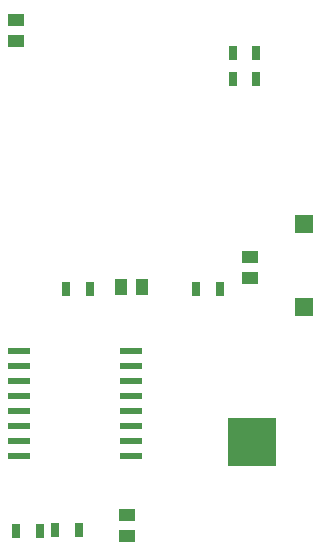
<source format=gtp>
%FSTAX25Y25*%
%MOIN*%
%SFA1B1*%

%IPPOS*%
%ADD18R,0.057000X0.044000*%
%ADD19R,0.031500X0.051180*%
%ADD20R,0.044000X0.057000*%
%ADD21R,0.074000X0.021000*%
%ADD22R,0.159840X0.159840*%
%ADD23R,0.062990X0.062990*%
%LNriver_level_sensor_datalogger-1*%
%LPD*%
G54D18*
X0262271Y0106954D03*
Y0099854D03*
X01842Y018595D03*
Y017885D03*
X02212Y001385D03*
Y002095D03*
G54D19*
X0192037Y00155D03*
X0184163D03*
X0197263Y00158D03*
X0205137D03*
X0200763Y00964D03*
X0208637D03*
X0256363Y01749D03*
X0264237D03*
Y01663D03*
X0256363D03*
X0252137Y00964D03*
X0244263D03*
G54D20*
X021915Y00969D03*
X022625D03*
G54D21*
X018525Y00406D03*
Y00456D03*
Y00506D03*
Y00556D03*
Y00606D03*
Y00656D03*
Y00706D03*
Y00756D03*
X022255D03*
Y00706D03*
Y00656D03*
Y00606D03*
Y00556D03*
Y00506D03*
Y00456D03*
Y00406D03*
G54D22*
X0262665Y0045136D03*
G54D23*
X02802Y0117916D03*
Y0090357D03*
M02*
</source>
